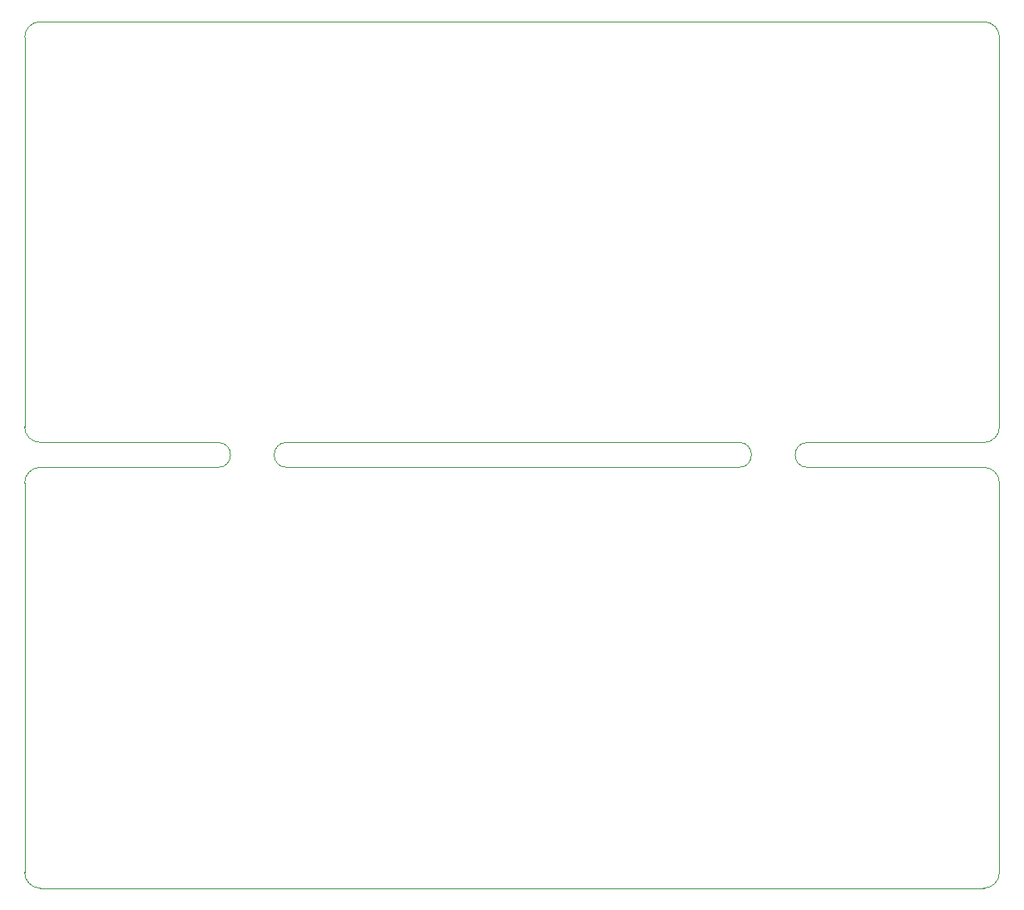
<source format=gbr>
%TF.GenerationSoftware,KiCad,Pcbnew,(5.1.9)-1*%
%TF.CreationDate,2021-06-03T20:52:14+02:00*%
%TF.ProjectId,Neopad,4e656f70-6164-42e6-9b69-6361645f7063,rev?*%
%TF.SameCoordinates,Original*%
%TF.FileFunction,Profile,NP*%
%FSLAX46Y46*%
G04 Gerber Fmt 4.6, Leading zero omitted, Abs format (unit mm)*
G04 Created by KiCad (PCBNEW (5.1.9)-1) date 2021-06-03 20:52:14*
%MOMM*%
%LPD*%
G01*
G04 APERTURE LIST*
%TA.AperFunction,Profile*%
%ADD10C,0.050000*%
%TD*%
G04 APERTURE END LIST*
D10*
X120967500Y-96202500D02*
G75*
G02*
X120967500Y-93662500I0J1270000D01*
G01*
X113982500Y-93662500D02*
G75*
G02*
X113982500Y-96202500I0J-1270000D01*
G01*
X67945000Y-96202500D02*
G75*
G02*
X67945000Y-93662500I0J1270000D01*
G01*
X60960000Y-93662500D02*
G75*
G02*
X60960000Y-96202500I0J-1270000D01*
G01*
X60960000Y-96202500D02*
X42862500Y-96202500D01*
X113982500Y-96202500D02*
X67945000Y-96202500D01*
X138906250Y-96202500D02*
X120967500Y-96202500D01*
X120967500Y-93662500D02*
X138906250Y-93662500D01*
X67945000Y-93662500D02*
X113982500Y-93662500D01*
X42862500Y-93662500D02*
X60960000Y-93662500D01*
X140493750Y-137477500D02*
X140493750Y-97790000D01*
X138906250Y-96202500D02*
G75*
G02*
X140493750Y-97790000I0J-1587500D01*
G01*
X41275000Y-97790000D02*
G75*
G02*
X42862500Y-96202500I1587500J0D01*
G01*
X140493750Y-137477500D02*
G75*
G02*
X138906250Y-139065000I-1587500J0D01*
G01*
X41275000Y-97790000D02*
X41275000Y-137477500D01*
X138906250Y-139065000D02*
X42862500Y-139065000D01*
X42862500Y-139065000D02*
G75*
G02*
X41275000Y-137477500I0J1587500D01*
G01*
X42862500Y-93662500D02*
G75*
G02*
X41275000Y-92075000I0J1587500D01*
G01*
X41275000Y-52387500D02*
G75*
G02*
X42862500Y-50800000I1587500J0D01*
G01*
X138906250Y-50800000D02*
G75*
G02*
X140493750Y-52387500I0J-1587500D01*
G01*
X140493750Y-92075000D02*
G75*
G02*
X138906250Y-93662500I-1587500J0D01*
G01*
X41275000Y-52387500D02*
X41275000Y-92075000D01*
X138906250Y-50800000D02*
X42862500Y-50800000D01*
X140493750Y-92075000D02*
X140493750Y-52387500D01*
M02*

</source>
